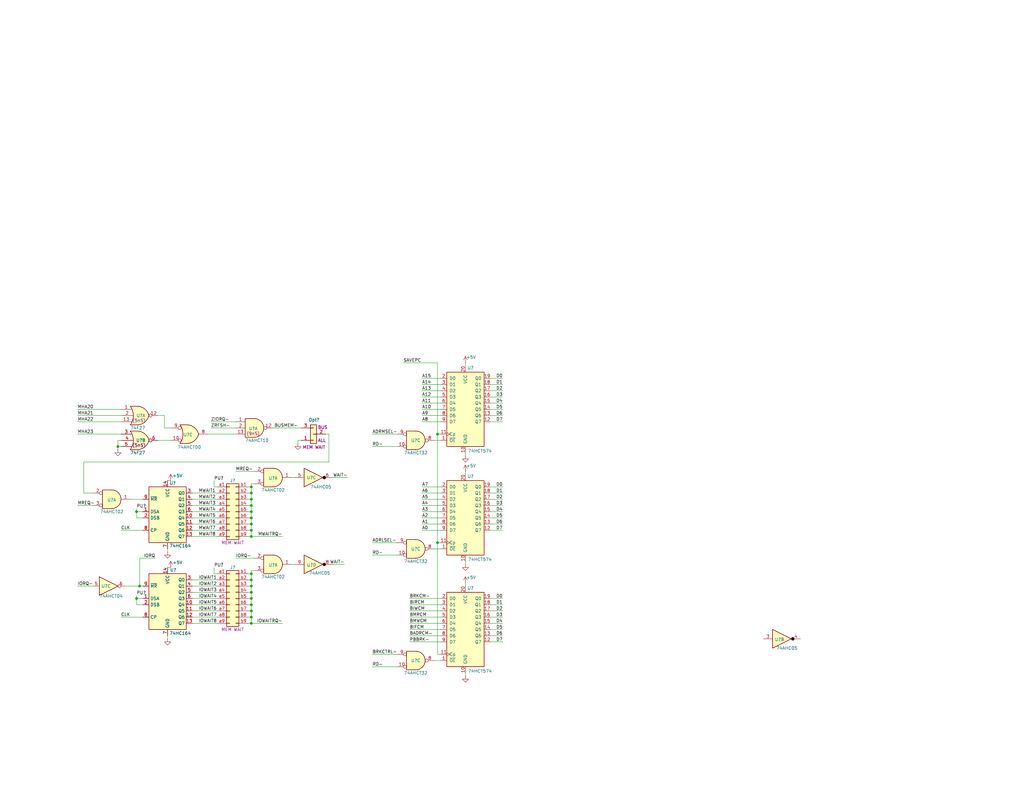
<source format=kicad_sch>
(kicad_sch (version 20250114) (generator "eeschema") (generator_version "9.0")
  (paper "User" 419.1 323.85)
  (title_block (title "Logic Chip Power, Spares") (date "2025-12-19") (rev "PR-1.0") (company "SilkyDESIGN") (comment 1 "Copyright 2025 AESilky"))
  (lib_symbols
    (symbol "74xx:74HC164"
      (property "Reference" "U" (at 1.905 -13.97 0))
      (property "Value" "74HC164" (at 1.905 -16.51 0))
      (symbol "74HC164_1_1"
        (pin input line (at -10.16 5.08 0) (length 2.54) (name "~{MR}") (number "9"))
        (pin input line (at -10.16 0 0) (length 2.54) (name "DSA") (number "1"))
        (pin input line (at -10.16 -2.54 0) (length 2.54) (name "DSB") (number "2"))
        (pin input line (at -10.16 -7.62 0) (length 2.54) (name "CP") (number "8"))
        (pin power_in line (at 0 12.7 270) (length 2.54) (name "VCC") (number "14"))
        (pin power_in line (at 0 -15.24 90) (length 2.54) (name "GND") (number "7"))
        (pin output line (at 10.16 7.62 180) (length 2.54) (name "Q0") (number "3"))
        (pin output line (at 10.16 5.08 180) (length 2.54) (name "Q1") (number "4"))
        (pin output line (at 10.16 2.54 180) (length 2.54) (name "Q2") (number "5"))
        (pin output line (at 10.16 0 180) (length 2.54) (name "Q3") (number "6"))
        (pin output line (at 10.16 -2.54 180) (length 2.54) (name "Q4") (number "10"))
        (pin output line (at 10.16 -5.08 180) (length 2.54) (name "Q5") (number "11"))
        (pin output line (at 10.16 -7.62 180) (length 2.54) (name "Q6") (number "12"))
        (pin output line (at 10.16 -10.16 180) (length 2.54) (name "Q7") (number "13"))
      )
    )
    (symbol "74xx:74LS00" (pin_names (offset 1.016))
      (property "Reference" "U" (at 0 1.27 0))
      (property "Value" "74LS00" (at 0 -1.27 0))
      (symbol "74LS00_1_1"
        (pin input line (at -7.62 2.54 0) (length 3.81) (name "~") (number "1"))
        (pin input line (at -7.62 -2.54 0) (length 3.81) (name "~") (number "2"))
        (pin output inverted (at 7.62 0 180) (length 3.81) (name "~") (number "3"))
      )
      (symbol "74LS00_1_2"
        (pin input inverted (at -7.62 2.54 0) (length 4.318) (name "~") (number "1"))
        (pin input inverted (at -7.62 -2.54 0) (length 4.318) (name "~") (number "2"))
        (pin output line (at 7.62 0 180) (length 3.81) (name "~") (number "3"))
      )
      (symbol "74LS00_2_1"
        (pin input line (at -7.62 2.54 0) (length 3.81) (name "~") (number "4"))
        (pin input line (at -7.62 -2.54 0) (length 3.81) (name "~") (number "5"))
        (pin output inverted (at 7.62 0 180) (length 3.81) (name "~") (number "6"))
      )
      (symbol "74LS00_2_2"
        (pin input inverted (at -7.62 2.54 0) (length 4.318) (name "~") (number "4"))
        (pin input inverted (at -7.62 -2.54 0) (length 4.318) (name "~") (number "5"))
        (pin output line (at 7.62 0 180) (length 3.81) (name "~") (number "6"))
      )
      (symbol "74LS00_3_1"
        (pin input line (at -7.62 2.54 0) (length 3.81) (name "~") (number "9"))
        (pin input line (at -7.62 -2.54 0) (length 3.81) (name "~") (number "10"))
        (pin output inverted (at 7.62 0 180) (length 3.81) (name "~") (number "8"))
      )
      (symbol "74LS00_3_2"
        (pin input inverted (at -7.62 2.54 0) (length 4.318) (name "~") (number "9"))
        (pin input inverted (at -7.62 -2.54 0) (length 4.318) (name "~") (number "10"))
        (pin output line (at 7.62 0 180) (length 3.81) (name "~") (number "8"))
      )
      (symbol "74LS00_4_1"
        (pin input line (at -7.62 2.54 0) (length 3.81) (name "~") (number "12"))
        (pin input line (at -7.62 -2.54 0) (length 3.81) (name "~") (number "13"))
        (pin output inverted (at 7.62 0 180) (length 3.81) (name "~") (number "11"))
      )
      (symbol "74LS00_4_2"
        (pin input inverted (at -7.62 2.54 0) (length 4.318) (name "~") (number "12"))
        (pin input inverted (at -7.62 -2.54 0) (length 4.318) (name "~") (number "13"))
        (pin output line (at 7.62 0 180) (length 3.81) (name "~") (number "11"))
      )
      (symbol "74LS00_5_0"
        (pin power_in line (at 0 12.7 270) (length 5.08) (name "VCC") (number "14"))
        (pin power_in line (at 0 -12.7 90) (length 5.08) (name "GND") (number "7"))
      )
    )
    (symbol "74xx:74LS02" (pin_names (offset 1.016))
      (property "Reference" "U" (at 0 1.27 0))
      (property "Value" "74LS02" (at 0 -1.27 0))
      (symbol "74LS02_1_1"
        (pin input line (at -7.62 2.54 0) (length 4.318) (name "~") (number "2"))
        (pin input line (at -7.62 -2.54 0) (length 4.318) (name "~") (number "3"))
        (pin output inverted (at 7.62 0 180) (length 3.81) (name "~") (number "1"))
      )
      (symbol "74LS02_1_2"
        (pin input inverted (at -7.62 2.54 0) (length 3.81) (name "~") (number "2"))
        (pin input inverted (at -7.62 -2.54 0) (length 3.81) (name "~") (number "3"))
        (pin output line (at 7.62 0 180) (length 3.81) (name "~") (number "1"))
      )
      (symbol "74LS02_2_1"
        (pin input line (at -7.62 2.54 0) (length 4.318) (name "~") (number "5"))
        (pin input line (at -7.62 -2.54 0) (length 4.318) (name "~") (number "6"))
        (pin output inverted (at 7.62 0 180) (length 3.81) (name "~") (number "4"))
      )
      (symbol "74LS02_2_2"
        (pin input inverted (at -7.62 2.54 0) (length 3.81) (name "~") (number "5"))
        (pin input inverted (at -7.62 -2.54 0) (length 3.81) (name "~") (number "6"))
        (pin output line (at 7.62 0 180) (length 3.81) (name "~") (number "4"))
      )
      (symbol "74LS02_3_1"
        (pin input line (at -7.62 2.54 0) (length 4.318) (name "~") (number "8"))
        (pin input line (at -7.62 -2.54 0) (length 4.318) (name "~") (number "9"))
        (pin output inverted (at 7.62 0 180) (length 3.81) (name "~") (number "10"))
      )
      (symbol "74LS02_3_2"
        (pin input inverted (at -7.62 2.54 0) (length 3.81) (name "~") (number "8"))
        (pin input inverted (at -7.62 -2.54 0) (length 3.81) (name "~") (number "9"))
        (pin output line (at 7.62 0 180) (length 3.81) (name "~") (number "10"))
      )
      (symbol "74LS02_4_1"
        (pin input line (at -7.62 2.54 0) (length 4.318) (name "~") (number "11"))
        (pin input line (at -7.62 -2.54 0) (length 4.318) (name "~") (number "12"))
        (pin output inverted (at 7.62 0 180) (length 3.81) (name "~") (number "13"))
      )
      (symbol "74LS02_4_2"
        (pin input inverted (at -7.62 2.54 0) (length 3.81) (name "~") (number "11"))
        (pin input inverted (at -7.62 -2.54 0) (length 3.81) (name "~") (number "12"))
        (pin output line (at 7.62 0 180) (length 3.81) (name "~") (number "13"))
      )
      (symbol "74LS02_5_0"
        (pin power_in line (at 0 12.7 270) (length 5.08) (name "VCC") (number "14"))
        (pin power_in line (at 0 -12.7 90) (length 5.08) (name "GND") (number "7"))
      )
    )
    (symbol "74xx:74LS10" (pin_names (offset 1.016))
      (property "Reference" "U" (at 0 1.27 0))
      (property "Value" "74LS10" (at 0 -1.27 0))
      (symbol "74LS10_1_1"
        (pin input line (at -7.62 2.54 0) (length 3.81) (name "~") (number "1"))
        (pin input line (at -7.62 0 0) (length 3.81) (name "~") (number "2"))
        (pin input line (at -7.62 -2.54 0) (length 3.81) (name "~") (number "13"))
        (pin output inverted (at 7.62 0 180) (length 3.81) (name "~") (number "12"))
      )
      (symbol "74LS10_1_2"
        (pin input inverted (at -7.62 2.54 0) (length 4.318) (name "~") (number "1"))
        (pin input inverted (at -7.62 0 0) (length 4.953) (name "~") (number "2"))
        (pin input inverted (at -7.62 -2.54 0) (length 4.318) (name "~") (number "13"))
        (pin output line (at 7.62 0 180) (length 3.81) (name "~") (number "12"))
      )
      (symbol "74LS10_2_1"
        (pin input line (at -7.62 2.54 0) (length 3.81) (name "~") (number "3"))
        (pin input line (at -7.62 0 0) (length 3.81) (name "~") (number "4"))
        (pin input line (at -7.62 -2.54 0) (length 3.81) (name "~") (number "5"))
        (pin output inverted (at 7.62 0 180) (length 3.81) (name "~") (number "6"))
      )
      (symbol "74LS10_2_2"
        (pin input inverted (at -7.62 2.54 0) (length 4.318) (name "~") (number "3"))
        (pin input inverted (at -7.62 0 0) (length 4.953) (name "~") (number "4"))
        (pin input inverted (at -7.62 -2.54 0) (length 4.318) (name "~") (number "5"))
        (pin output line (at 7.62 0 180) (length 3.81) (name "~") (number "6"))
      )
      (symbol "74LS10_3_1"
        (pin input line (at -7.62 2.54 0) (length 3.81) (name "~") (number "9"))
        (pin input line (at -7.62 0 0) (length 3.81) (name "~") (number "10"))
        (pin input line (at -7.62 -2.54 0) (length 3.81) (name "~") (number "11"))
        (pin output inverted (at 7.62 0 180) (length 3.81) (name "~") (number "8"))
      )
      (symbol "74LS10_3_2"
        (pin input inverted (at -7.62 2.54 0) (length 4.318) (name "~") (number "9"))
        (pin input inverted (at -7.62 0 0) (length 4.953) (name "~") (number "10"))
        (pin input inverted (at -7.62 -2.54 0) (length 4.318) (name "~") (number "11"))
        (pin output line (at 7.62 0 180) (length 3.81) (name "~") (number "8"))
      )
      (symbol "74LS10_4_0"
        (pin power_in line (at 0 12.7 270) (length 5.08) (name "VCC") (number "14"))
        (pin power_in line (at 0 -12.7 90) (length 5.08) (name "GND") (number "7"))
      )
    )
    (symbol "74xx:74LS27" (pin_names (offset 1.016))
      (property "Reference" "U" (at 0 1.27 0))
      (property "Value" "74LS27" (at 0 -1.27 0))
      (symbol "74LS27_1_1"
        (pin input line (at -7.62 2.54 0) (length 4.318) (name "~") (number "1"))
        (pin input line (at -7.62 0 0) (length 4.953) (name "~") (number "2"))
        (pin input line (at -7.62 -2.54 0) (length 4.318) (name "~") (number "13"))
        (pin output inverted (at 7.62 0 180) (length 3.81) (name "~") (number "12"))
      )
      (symbol "74LS27_1_2"
        (pin input inverted (at -7.62 2.54 0) (length 3.81) (name "~") (number "1"))
        (pin input inverted (at -7.62 0 0) (length 3.81) (name "~") (number "2"))
        (pin input inverted (at -7.62 -2.54 0) (length 3.81) (name "~") (number "13"))
        (pin output line (at 7.62 0 180) (length 3.81) (name "~") (number "12"))
      )
      (symbol "74LS27_2_1"
        (pin input line (at -7.62 2.54 0) (length 4.318) (name "~") (number "3"))
        (pin input line (at -7.62 0 0) (length 4.953) (name "~") (number "4"))
        (pin input line (at -7.62 -2.54 0) (length 4.318) (name "~") (number "5"))
        (pin output inverted (at 7.62 0 180) (length 3.81) (name "~") (number "6"))
      )
      (symbol "74LS27_2_2"
        (pin input inverted (at -7.62 2.54 0) (length 3.81) (name "~") (number "3"))
        (pin input inverted (at -7.62 0 0) (length 3.81) (name "~") (number "4"))
        (pin input inverted (at -7.62 -2.54 0) (length 3.81) (name "~") (number "5"))
        (pin output line (at 7.62 0 180) (length 3.81) (name "~") (number "6"))
      )
      (symbol "74LS27_3_1"
        (pin input line (at -7.62 2.54 0) (length 4.318) (name "~") (number "9"))
        (pin input line (at -7.62 0 0) (length 4.953) (name "~") (number "10"))
        (pin input line (at -7.62 -2.54 0) (length 4.318) (name "~") (number "11"))
        (pin output inverted (at 7.62 0 180) (length 3.81) (name "~") (number "8"))
      )
      (symbol "74LS27_3_2"
        (pin input inverted (at -7.62 2.54 0) (length 3.81) (name "~") (number "9"))
        (pin input inverted (at -7.62 0 0) (length 3.81) (name "~") (number "10"))
        (pin input inverted (at -7.62 -2.54 0) (length 3.81) (name "~") (number "11"))
        (pin output line (at 7.62 0 180) (length 3.81) (name "~") (number "8"))
      )
      (symbol "74LS27_4_0"
        (pin power_in line (at 0 12.7 270) (length 5.08) (name "VCC") (number "14"))
        (pin power_in line (at 0 -12.7 90) (length 5.08) (name "GND") (number "7"))
      )
    )
    (symbol "74xx:74LS32" (pin_names (offset 1.016))
      (property "Reference" "U" (at 0 1.27 0))
      (property "Value" "74LS32" (at 0 -1.27 0))
      (symbol "74LS32_1_1"
        (pin input line (at -7.62 2.54 0) (length 4.318) (name "~") (number "1"))
        (pin input line (at -7.62 -2.54 0) (length 4.318) (name "~") (number "2"))
        (pin output line (at 7.62 0 180) (length 3.81) (name "~") (number "3"))
      )
      (symbol "74LS32_1_2"
        (pin input inverted (at -7.62 2.54 0) (length 3.81) (name "~") (number "1"))
        (pin input inverted (at -7.62 -2.54 0) (length 3.81) (name "~") (number "2"))
        (pin output inverted (at 7.62 0 180) (length 3.81) (name "~") (number "3"))
      )
      (symbol "74LS32_2_1"
        (pin input line (at -7.62 2.54 0) (length 4.318) (name "~") (number "4"))
        (pin input line (at -7.62 -2.54 0) (length 4.318) (name "~") (number "5"))
        (pin output line (at 7.62 0 180) (length 3.81) (name "~") (number "6"))
      )
      (symbol "74LS32_2_2"
        (pin input inverted (at -7.62 2.54 0) (length 3.81) (name "~") (number "4"))
        (pin input inverted (at -7.62 -2.54 0) (length 3.81) (name "~") (number "5"))
        (pin output inverted (at 7.62 0 180) (length 3.81) (name "~") (number "6"))
      )
      (symbol "74LS32_3_1"
        (pin input line (at -7.62 2.54 0) (length 4.318) (name "~") (number "9"))
        (pin input line (at -7.62 -2.54 0) (length 4.318) (name "~") (number "10"))
        (pin output line (at 7.62 0 180) (length 3.81) (name "~") (number "8"))
      )
      (symbol "74LS32_3_2"
        (pin input inverted (at -7.62 2.54 0) (length 3.81) (name "~") (number "9"))
        (pin input inverted (at -7.62 -2.54 0) (length 3.81) (name "~") (number "10"))
        (pin output inverted (at 7.62 0 180) (length 3.81) (name "~") (number "8"))
      )
      (symbol "74LS32_4_1"
        (pin input line (at -7.62 2.54 0) (length 4.318) (name "~") (number "12"))
        (pin input line (at -7.62 -2.54 0) (length 4.318) (name "~") (number "13"))
        (pin output line (at 7.62 0 180) (length 3.81) (name "~") (number "11"))
      )
      (symbol "74LS32_4_2"
        (pin input inverted (at -7.62 2.54 0) (length 3.81) (name "~") (number "12"))
        (pin input inverted (at -7.62 -2.54 0) (length 3.81) (name "~") (number "13"))
        (pin output inverted (at 7.62 0 180) (length 3.81) (name "~") (number "11"))
      )
      (symbol "74LS32_5_0"
        (pin power_in line (at 0 12.7 270) (length 5.08) (name "VCC") (number "14"))
        (pin power_in line (at 0 -12.7 90) (length 5.08) (name "GND") (number "7"))
      )
    )
    (symbol "AES_Library:7404-AES"
      (property "Reference" "U" (at -2.286 -0.254 0))
      (property "Value" "7404" (at -1.016 -3.302 0))
      (symbol "7404-AES_1_1"
        (pin input line (at -6.35 0 0) (length 2.54) (name "~") (number "1"))
        (pin output inverted (at 6.35 0 180) (length 2.54) (name "~") (number "2"))
      )
      (symbol "7404-AES_1_2"
        (pin input inverted (at -6.35 0 0) (length 2.54) (name "~") (number "1"))
        (pin output line (at 6.35 0 180) (length 2.54) (name "~") (number "2"))
      )
      (symbol "7404-AES_2_1"
        (pin input line (at -6.35 0 0) (length 2.54) (name "~") (number "3"))
        (pin output inverted (at 6.35 0 180) (length 2.54) (name "~") (number "4"))
      )
      (symbol "7404-AES_2_2"
        (pin input inverted (at -6.35 0 0) (length 2.54) (name "~") (number "3"))
        (pin output line (at 6.35 0 180) (length 2.54) (name "~") (number "4"))
      )
      (symbol "7404-AES_3_1"
        (pin input line (at -6.35 0 0) (length 2.54) (name "~") (number "5"))
        (pin output inverted (at 6.35 0 180) (length 2.54) (name "~") (number "6"))
      )
      (symbol "7404-AES_3_2"
        (pin input inverted (at -6.35 0 0) (length 2.54) (name "~") (number "5"))
        (pin output line (at 6.35 0 180) (length 2.54) (name "~") (number "6"))
      )
      (symbol "7404-AES_4_1"
        (pin input line (at -6.35 0 0) (length 2.54) (name "~") (number "9"))
        (pin output inverted (at 6.35 0 180) (length 2.54) (name "~") (number "8"))
      )
      (symbol "7404-AES_4_2"
        (pin input inverted (at -6.35 0 0) (length 2.54) (name "~") (number "9"))
        (pin output line (at 6.35 0 180) (length 2.54) (name "~") (number "8"))
      )
      (symbol "7404-AES_5_1"
        (pin input line (at -6.35 0 0) (length 2.54) (name "~") (number "11"))
        (pin output inverted (at 6.35 0 180) (length 2.54) (name "~") (number "10"))
      )
      (symbol "7404-AES_5_2"
        (pin input inverted (at -6.35 0 0) (length 2.54) (name "~") (number "11"))
        (pin output line (at 6.35 0 180) (length 2.54) (name "~") (number "10"))
      )
      (symbol "7404-AES_6_1"
        (pin input line (at -6.35 0 0) (length 2.54) (name "~") (number "13"))
        (pin output inverted (at 6.35 0 180) (length 2.54) (name "~") (number "12"))
      )
      (symbol "7404-AES_6_2"
        (pin input inverted (at -6.35 0 0) (length 2.54) (name "~") (number "13"))
        (pin output line (at 6.35 0 180) (length 2.54) (name "~") (number "12"))
      )
      (symbol "7404-AES_7_0"
        (pin power_in line (at 0 12.7 270) (length 5.08) (name "VCC") (number "14"))
        (pin power_in line (at 0 -12.7 90) (length 5.08) (name "GND") (number "7"))
      )
    )
    (symbol "AES_Library:7405-AES" (pin_names (offset 1.016))
      (property "Reference" "U" (at -0.762 0 0))
      (property "Value" "7405" (at 1.27 -3.556 0))
      (symbol "7405-AES_1_0"
        (pin input line (at -7.62 0 0) (length 3.81) (name "~") (number "1"))
        (pin open_collector inverted (at 7.62 0 180) (length 3.81) (name "~") (number "2"))
      )
      (symbol "7405-AES_2_0"
        (pin input line (at -7.62 0 0) (length 3.81) (name "~") (number "3"))
        (pin open_collector inverted (at 7.62 0 180) (length 3.81) (name "~") (number "4"))
      )
      (symbol "7405-AES_3_0"
        (pin input line (at -7.62 0 0) (length 3.81) (name "~") (number "5"))
        (pin open_collector inverted (at 7.62 0 180) (length 3.81) (name "~") (number "6"))
      )
      (symbol "7405-AES_4_0"
        (pin input line (at -7.62 0 0) (length 3.81) (name "~") (number "9"))
        (pin open_collector inverted (at 7.62 0 180) (length 3.81) (name "~") (number "8"))
      )
      (symbol "7405-AES_5_0"
        (pin input line (at -7.62 0 0) (length 3.81) (name "~") (number "11"))
        (pin open_collector inverted (at 7.62 0 180) (length 3.81) (name "~") (number "10"))
      )
      (symbol "7405-AES_6_0"
        (pin input line (at -7.62 0 0) (length 3.81) (name "~") (number "13"))
        (pin open_collector inverted (at 7.62 0 180) (length 3.81) (name "~") (number "12"))
      )
      (symbol "7405-AES_7_0"
        (pin power_in line (at 0 12.7 270) (length 5.08) (name "VCC") (number "14"))
        (pin power_in line (at 0 -12.7 90) (length 5.08) (name "GND") (number "7"))
      )
    )
    (symbol "AES_Library:74574-AES" (pin_names (offset 1.016))
      (property "Reference" "U" (at 0.762 16.51 0))
      (property "Value" "74574-AES" (at 1.016 -16.764 0))
      (symbol "74574-AES_1_0"
        (pin input line (at -10.16 12.7 0) (length 2.54) (name "D0") (number "2"))
        (pin input line (at -10.16 10.16 0) (length 2.54) (name "D1") (number "3"))
        (pin input line (at -10.16 7.62 0) (length 2.54) (name "D2") (number "4"))
        (pin input line (at -10.16 5.08 0) (length 2.54) (name "D3") (number "5"))
        (pin input line (at -10.16 2.54 0) (length 2.54) (name "D4") (number "6"))
        (pin input line (at -10.16 0 0) (length 2.54) (name "D5") (number "7"))
        (pin input line (at -10.16 -2.54 0) (length 2.54) (name "D6") (number "8"))
        (pin input line (at -10.16 -5.08 0) (length 2.54) (name "D7") (number "9"))
        (pin input clock (at -10.16 -10.16 0) (length 2.54) (name "Cp") (number "11"))
        (pin input line (at -10.16 -12.7 0) (length 2.54) (name "~{OE}") (number "1"))
        (pin power_in line (at 0 17.78 270) (length 2.54) (name "VCC") (number "20"))
        (pin power_in line (at 0 -17.78 90) (length 2.54) (name "GND") (number "10"))
        (pin tri_state line (at 10.16 12.7 180) (length 2.54) (name "Q0") (number "19"))
        (pin tri_state line (at 10.16 10.16 180) (length 2.54) (name "Q1") (number "18"))
        (pin tri_state line (at 10.16 7.62 180) (length 2.54) (name "Q2") (number "17"))
        (pin tri_state line (at 10.16 5.08 180) (length 2.54) (name "Q3") (number "16"))
        (pin tri_state line (at 10.16 2.54 180) (length 2.54) (name "Q4") (number "15"))
        (pin tri_state line (at 10.16 0 180) (length 2.54) (name "Q5") (number "14"))
        (pin tri_state line (at 10.16 -2.54 180) (length 2.54) (name "Q6") (number "13"))
        (pin tri_state line (at 10.16 -5.08 180) (length 2.54) (name "Q7") (number "12"))
      )
    )
    (symbol "AES_Library:AES-Opt_1_of_2" (pin_names (offset 1.016) (hide yes))
      (property "Reference" "Opt" (at 0 5.08 0))
      (property "Value" "AES-Opt_1_of_2" (at 0 -5.08 0))
      (symbol "AES-Opt_1_of_2_1_1"
        (pin passive line (at -5.08 2.54 0) (length 3.81) (name "Pin_A") (number "1"))
        (pin passive line (at -5.08 -2.54 0) (length 3.81) (name "Pin_B") (number "3"))
        (pin passive line (at 5.08 0 180) (length 3.81) (name "Pin_Common") (number "2"))
      )
    )
    (symbol "Connector_Generic:Conn_02x09_Row_Letter_First" (pin_names (offset 1.016) (hide yes))
      (property "Reference" "J" (at 1.27 12.7 0))
      (property "Value" "Conn_02x09_Row_Letter_First" (at 1.27 -12.7 0))
      (symbol "Conn_02x09_Row_Letter_First_1_1"
        (pin passive line (at -5.08 10.16 0) (length 3.81) (name "Pin_a1") (number "a1"))
        (pin passive line (at -5.08 7.62 0) (length 3.81) (name "Pin_a2") (number "a2"))
        (pin passive line (at -5.08 5.08 0) (length 3.81) (name "Pin_a3") (number "a3"))
        (pin passive line (at -5.08 2.54 0) (length 3.81) (name "Pin_a4") (number "a4"))
        (pin passive line (at -5.08 0 0) (length 3.81) (name "Pin_a5") (number "a5"))
        (pin passive line (at -5.08 -2.54 0) (length 3.81) (name "Pin_a6") (number "a6"))
        (pin passive line (at -5.08 -5.08 0) (length 3.81) (name "Pin_a7") (number "a7"))
        (pin passive line (at -5.08 -7.62 0) (length 3.81) (name "Pin_a8") (number "a8"))
        (pin passive line (at -5.08 -10.16 0) (length 3.81) (name "Pin_a9") (number "a9"))
        (pin passive line (at 7.62 10.16 180) (length 3.81) (name "Pin_b1") (number "b1"))
        (pin passive line (at 7.62 7.62 180) (length 3.81) (name "Pin_b2") (number "b2"))
        (pin passive line (at 7.62 5.08 180) (length 3.81) (name "Pin_b3") (number "b3"))
        (pin passive line (at 7.62 2.54 180) (length 3.81) (name "Pin_b4") (number "b4"))
        (pin passive line (at 7.62 0 180) (length 3.81) (name "Pin_b5") (number "b5"))
        (pin passive line (at 7.62 -2.54 180) (length 3.81) (name "Pin_b6") (number "b6"))
        (pin passive line (at 7.62 -5.08 180) (length 3.81) (name "Pin_b7") (number "b7"))
        (pin passive line (at 7.62 -7.62 180) (length 3.81) (name "Pin_b8") (number "b8"))
        (pin passive line (at 7.62 -10.16 180) (length 3.81) (name "Pin_b9") (number "b9"))
      )
    )
    (symbol "power:+5V" (power) (pin_numbers (hide yes)) (pin_names (offset 0) (hide yes))
      (property "Value" "+5V" (at 0 3.556 0))
      (symbol "+5V_1_1"
        (pin power_in line (at 0 0 90) (length 0) (name "~") (number "1"))
      )
    )
    (symbol "power:GND" (power) (pin_numbers (hide yes)) (pin_names (offset 0) (hide yes))
      (property "Value" "GND" (at 0 -3.81 0))
      (symbol "GND_1_1"
        (pin power_in line (at 0 0 270) (length 0) (name "~") (number "1"))
      )
    )
  )
  (junction (at 102.87 217.17))
  (junction (at 179.07 177.8))
  (junction (at 102.87 201.93))
  (junction (at 102.87 219.71))
  (junction (at 102.87 245.11))
  (junction (at 102.87 242.57))
  (junction (at 102.87 240.03))
  (junction (at 102.87 247.65))
  (junction (at 102.87 207.01))
  (junction (at 55.88 245.11))
  (junction (at 102.87 234.95))
  (junction (at 102.87 255.27))
  (junction (at 57.15 240.03))
  (junction (at 102.87 199.39))
  (junction (at 179.07 222.25))
  (junction (at 102.87 214.63))
  (junction (at 48.26 182.88))
  (junction (at 102.87 212.09))
  (junction (at 102.87 204.47))
  (junction (at 102.87 252.73))
  (junction (at 102.87 237.49))
  (junction (at 102.87 209.55))
  (junction (at 55.88 209.55))
  (junction (at 102.87 250.19))
  (wire (pts (xy 86.36 175.26) (xy 96.52 175.26)))
  (wire (pts (xy 85.09 177.8) (xy 96.52 177.8)))
  (wire (pts (xy 78.74 212.09) (xy 88.9 212.09)))
  (wire (pts (xy 111.76 175.26) (xy 123.19 175.26)))
  (wire (pts (xy 78.74 240.03) (xy 88.9 240.03)))
  (wire (pts (xy 96.52 193.04) (xy 104.14 193.04)))
  (wire (pts (xy 78.74 252.73) (xy 88.9 252.73)))
  (wire (pts (xy 78.74 245.11) (xy 88.9 245.11)))
  (wire (pts (xy 102.87 255.27) (xy 115.57 255.27)))
  (wire (pts (xy 102.87 198.12) (xy 102.87 199.39)))
  (wire (pts (xy 64.77 170.18) (xy 67.31 170.18)))
  (wire (pts (xy 152.4 273.05) (xy 162.56 273.05)))
  (wire (pts (xy 179.07 177.8) (xy 179.07 148.59)))
  (wire (pts (xy 57.15 228.6) (xy 63.5 228.6)))
  (wire (pts (xy 31.75 167.64) (xy 49.53 167.64)))
  (wire (pts (xy 180.34 157.48) (xy 172.72 157.48)))
  (wire (pts (xy 101.6 214.63) (xy 102.87 214.63)))
  (wire (pts (xy 101.6 250.19) (xy 102.87 250.19)))
  (wire (pts (xy 177.8 180.34) (xy 180.34 180.34)))
  (wire (pts (xy 177.8 224.79) (xy 180.34 224.79)))
  (wire (pts (xy 190.5 229.87) (xy 190.5 231.14)))
  (wire (pts (xy 119.38 231.14) (xy 120.65 231.14)))
  (wire (pts (xy 69.85 232.41) (xy 68.58 232.41)))
  (wire (pts (xy 179.07 222.25) (xy 179.07 267.97)))
  (wire (pts (xy 58.42 247.65) (xy 55.88 247.65)))
  (wire (pts (xy 101.6 201.93) (xy 102.87 201.93)))
  (wire (pts (xy 78.74 250.19) (xy 88.9 250.19)))
  (wire (pts (xy 69.85 175.26) (xy 67.31 175.26)))
  (wire (pts (xy 69.85 196.85) (xy 68.58 196.85)))
  (wire (pts (xy 180.34 172.72) (xy 172.72 172.72)))
  (wire (pts (xy 101.6 212.09) (xy 102.87 212.09)))
  (wire (pts (xy 102.87 237.49) (xy 102.87 240.03)))
  (wire (pts (xy 31.75 170.18) (xy 49.53 170.18)))
  (wire (pts (xy 102.87 250.19) (xy 102.87 252.73)))
  (wire (pts (xy 102.87 214.63) (xy 102.87 217.17)))
  (wire (pts (xy 50.8 240.03) (xy 57.15 240.03)))
  (wire (pts (xy 101.6 234.95) (xy 102.87 234.95)))
  (wire (pts (xy 68.58 260.35) (xy 68.58 261.62)))
  (wire (pts (xy 179.07 177.8) (xy 180.34 177.8)))
  (wire (pts (xy 200.66 247.65) (xy 205.74 247.65)))
  (wire (pts (xy 152.4 182.88) (xy 162.56 182.88)))
  (wire (pts (xy 101.6 255.27) (xy 102.87 255.27)))
  (wire (pts (xy 200.66 217.17) (xy 205.74 217.17)))
  (wire (pts (xy 78.74 207.01) (xy 88.9 207.01)))
  (wire (pts (xy 133.35 177.8) (xy 134.62 177.8)))
  (wire (pts (xy 78.74 247.65) (xy 88.9 247.65)))
  (wire (pts (xy 88.9 234.95) (xy 87.63 234.95)))
  (wire (pts (xy 101.6 219.71) (xy 102.87 219.71)))
  (wire (pts (xy 101.6 217.17) (xy 102.87 217.17)))
  (wire (pts (xy 167.64 245.11) (xy 180.34 245.11)))
  (wire (pts (xy 135.89 231.14) (xy 140.97 231.14)))
  (wire (pts (xy 102.87 207.01) (xy 102.87 209.55)))
  (wire (pts (xy 104.14 233.68) (xy 102.87 233.68)))
  (wire (pts (xy 200.66 160.02) (xy 205.74 160.02)))
  (wire (pts (xy 190.5 148.59) (xy 190.5 149.86)))
  (wire (pts (xy 200.66 209.55) (xy 205.74 209.55)))
  (wire (pts (xy 55.88 208.28) (xy 55.88 209.55)))
  (wire (pts (xy 180.34 201.93) (xy 172.72 201.93)))
  (wire (pts (xy 190.5 275.59) (xy 190.5 276.86)))
  (wire (pts (xy 200.66 172.72) (xy 205.74 172.72)))
  (wire (pts (xy 88.9 199.39) (xy 87.63 199.39)))
  (wire (pts (xy 49.53 252.73) (xy 58.42 252.73)))
  (wire (pts (xy 167.64 252.73) (xy 180.34 252.73)))
  (wire (pts (xy 200.66 252.73) (xy 205.74 252.73)))
  (wire (pts (xy 101.6 247.65) (xy 102.87 247.65)))
  (wire (pts (xy 134.62 177.8) (xy 134.62 189.23)))
  (wire (pts (xy 200.66 260.35) (xy 205.74 260.35)))
  (wire (pts (xy 78.74 242.57) (xy 88.9 242.57)))
  (wire (pts (xy 31.75 172.72) (xy 49.53 172.72)))
  (wire (pts (xy 180.34 217.17) (xy 172.72 217.17)))
  (wire (pts (xy 167.64 247.65) (xy 180.34 247.65)))
  (wire (pts (xy 200.66 199.39) (xy 205.74 199.39)))
  (wire (pts (xy 121.92 180.34) (xy 121.92 181.61)))
  (wire (pts (xy 102.87 219.71) (xy 115.57 219.71)))
  (wire (pts (xy 180.34 160.02) (xy 172.72 160.02)))
  (wire (pts (xy 49.53 217.17) (xy 58.42 217.17)))
  (wire (pts (xy 102.87 212.09) (xy 102.87 214.63)))
  (wire (pts (xy 78.74 201.93) (xy 88.9 201.93)))
  (wire (pts (xy 200.66 154.94) (xy 205.74 154.94)))
  (wire (pts (xy 34.29 189.23) (xy 134.62 189.23)))
  (wire (pts (xy 102.87 245.11) (xy 102.87 247.65)))
  (wire (pts (xy 78.74 209.55) (xy 88.9 209.55)))
  (wire (pts (xy 152.4 177.8) (xy 162.56 177.8)))
  (wire (pts (xy 102.87 201.93) (xy 102.87 204.47)))
  (wire (pts (xy 78.74 219.71) (xy 88.9 219.71)))
  (wire (pts (xy 86.36 172.72) (xy 96.52 172.72)))
  (wire (pts (xy 200.66 214.63) (xy 205.74 214.63)))
  (wire (pts (xy 55.88 209.55) (xy 55.88 212.09)))
  (wire (pts (xy 180.34 154.94) (xy 172.72 154.94)))
  (wire (pts (xy 167.64 250.19) (xy 180.34 250.19)))
  (wire (pts (xy 57.15 240.03) (xy 57.15 228.6)))
  (wire (pts (xy 34.29 201.93) (xy 34.29 189.23)))
  (wire (pts (xy 180.34 204.47) (xy 172.72 204.47)))
  (wire (pts (xy 96.52 228.6) (xy 104.14 228.6)))
  (wire (pts (xy 55.88 209.55) (xy 58.42 209.55)))
  (wire (pts (xy 64.77 180.34) (xy 69.85 180.34)))
  (wire (pts (xy 55.88 245.11) (xy 55.88 247.65)))
  (wire (pts (xy 200.66 170.18) (xy 205.74 170.18)))
  (wire (pts (xy 152.4 222.25) (xy 162.56 222.25)))
  (wire (pts (xy 55.88 243.84) (xy 55.88 245.11)))
  (wire (pts (xy 101.6 252.73) (xy 102.87 252.73)))
  (wire (pts (xy 177.8 270.51) (xy 180.34 270.51)))
  (wire (pts (xy 101.6 237.49) (xy 102.87 237.49)))
  (wire (pts (xy 49.53 180.34) (xy 48.26 180.34)))
  (wire (pts (xy 179.07 148.59) (xy 165.1 148.59)))
  (wire (pts (xy 53.34 204.47) (xy 58.42 204.47)))
  (wire (pts (xy 200.66 212.09) (xy 205.74 212.09)))
  (wire (pts (xy 200.66 204.47) (xy 205.74 204.47)))
  (wire (pts (xy 102.87 217.17) (xy 102.87 219.71)))
  (wire (pts (xy 101.6 204.47) (xy 102.87 204.47)))
  (wire (pts (xy 200.66 257.81) (xy 205.74 257.81)))
  (wire (pts (xy 152.4 227.33) (xy 162.56 227.33)))
  (wire (pts (xy 190.5 193.04) (xy 190.5 194.31)))
  (wire (pts (xy 78.74 217.17) (xy 88.9 217.17)))
  (wire (pts (xy 167.64 255.27) (xy 180.34 255.27)))
  (wire (pts (xy 78.74 204.47) (xy 88.9 204.47)))
  (wire (pts (xy 101.6 207.01) (xy 102.87 207.01)))
  (wire (pts (xy 152.4 267.97) (xy 162.56 267.97)))
  (wire (pts (xy 102.87 242.57) (xy 102.87 245.11)))
  (wire (pts (xy 200.66 201.93) (xy 205.74 201.93)))
  (wire (pts (xy 48.26 182.88) (xy 49.53 182.88)))
  (wire (pts (xy 48.26 180.34) (xy 48.26 182.88)))
  (wire (pts (xy 180.34 212.09) (xy 172.72 212.09)))
  (wire (pts (xy 180.34 170.18) (xy 172.72 170.18)))
  (wire (pts (xy 102.87 234.95) (xy 102.87 237.49)))
  (wire (pts (xy 78.74 214.63) (xy 88.9 214.63)))
  (wire (pts (xy 179.07 222.25) (xy 180.34 222.25)))
  (wire (pts (xy 57.15 240.03) (xy 58.42 240.03)))
  (wire (pts (xy 200.66 245.11) (xy 205.74 245.11)))
  (wire (pts (xy 123.19 180.34) (xy 121.92 180.34)))
  (wire (pts (xy 200.66 167.64) (xy 205.74 167.64)))
  (wire (pts (xy 102.87 204.47) (xy 102.87 207.01)))
  (wire (pts (xy 55.88 245.11) (xy 58.42 245.11)))
  (wire (pts (xy 180.34 209.55) (xy 172.72 209.55)))
  (wire (pts (xy 102.87 209.55) (xy 102.87 212.09)))
  (wire (pts (xy 180.34 165.1) (xy 172.72 165.1)))
  (wire (pts (xy 78.74 237.49) (xy 88.9 237.49)))
  (wire (pts (xy 102.87 199.39) (xy 102.87 201.93)))
  (wire (pts (xy 78.74 255.27) (xy 88.9 255.27)))
  (wire (pts (xy 179.07 267.97) (xy 180.34 267.97)))
  (wire (pts (xy 102.87 252.73) (xy 102.87 255.27)))
  (wire (pts (xy 104.14 198.12) (xy 102.87 198.12)))
  (wire (pts (xy 167.64 257.81) (xy 180.34 257.81)))
  (wire (pts (xy 167.64 260.35) (xy 180.34 260.35)))
  (wire (pts (xy 102.87 247.65) (xy 102.87 250.19)))
  (wire (pts (xy 179.07 222.25) (xy 179.07 177.8)))
  (wire (pts (xy 68.58 224.79) (xy 68.58 226.06)))
  (wire (pts (xy 190.5 185.42) (xy 190.5 186.69)))
  (wire (pts (xy 31.75 177.8) (xy 49.53 177.8)))
  (wire (pts (xy 180.34 207.01) (xy 172.72 207.01)))
  (wire (pts (xy 101.6 199.39) (xy 102.87 199.39)))
  (wire (pts (xy 101.6 209.55) (xy 102.87 209.55)))
  (wire (pts (xy 67.31 175.26) (xy 67.31 170.18)))
  (wire (pts (xy 200.66 157.48) (xy 205.74 157.48)))
  (wire (pts (xy 167.64 262.89) (xy 180.34 262.89)))
  (wire (pts (xy 87.63 232.41) (xy 87.63 234.95)))
  (wire (pts (xy 200.66 262.89) (xy 205.74 262.89)))
  (wire (pts (xy 102.87 233.68) (xy 102.87 234.95)))
  (wire (pts (xy 58.42 212.09) (xy 55.88 212.09)))
  (wire (pts (xy 34.29 201.93) (xy 38.1 201.93)))
  (wire (pts (xy 31.75 240.03) (xy 38.1 240.03)))
  (wire (pts (xy 180.34 199.39) (xy 172.72 199.39)))
  (wire (pts (xy 180.34 214.63) (xy 172.72 214.63)))
  (wire (pts (xy 200.66 250.19) (xy 205.74 250.19)))
  (wire (pts (xy 87.63 196.85) (xy 87.63 199.39)))
  (wire (pts (xy 200.66 255.27) (xy 205.74 255.27)))
  (wire (pts (xy 31.75 207.01) (xy 38.1 207.01)))
  (wire (pts (xy 101.6 240.03) (xy 102.87 240.03)))
  (wire (pts (xy 180.34 167.64) (xy 172.72 167.64)))
  (wire (pts (xy 101.6 245.11) (xy 102.87 245.11)))
  (wire (pts (xy 200.66 165.1) (xy 205.74 165.1)))
  (wire (pts (xy 200.66 207.01) (xy 205.74 207.01)))
  (wire (pts (xy 101.6 242.57) (xy 102.87 242.57)))
  (wire (pts (xy 180.34 162.56) (xy 172.72 162.56)))
  (wire (pts (xy 102.87 240.03) (xy 102.87 242.57)))
  (wire (pts (xy 119.38 195.58) (xy 120.65 195.58)))
  (wire (pts (xy 135.89 195.58) (xy 142.24 195.58)))
  (wire (pts (xy 48.26 182.88) (xy 48.26 184.15)))
  (wire (pts (xy 200.66 162.56) (xy 205.74 162.56)))
  (wire (pts (xy 190.5 238.76) (xy 190.5 240.03)))
  (label "D7" (at 205.74 217.17 180) (effects (font (thickness 0.1588))))
  (label "A15" (at 172.72 154.94 0) (effects (font (thickness 0.1588))))
  (label "PU?" (at 87.63 232.41 0) (effects (font (thickness 0.1588))))
  (label "A6" (at 172.72 201.93 0) (effects (font (thickness 0.1588))))
  (label "CLK" (at 49.53 217.17 0) (effects (font (thickness 0.1588))))
  (label "BRKCM-" (at 167.64 245.11 0) (effects (font (thickness 0.1588))))
  (label "SAVEPC" (at 165.1 148.59 0) (effects (font (thickness 0.1588))))
  (label "IOWAIT8" (at 81.28 255.27 0) (effects (font (thickness 0.1588))))
  (label "A7" (at 172.72 199.39 0) (effects (font (thickness 0.1588))))
  (label "IOWAIT6" (at 81.28 250.19 0) (effects (font (thickness 0.1588))))
  (label "IOWAIT7" (at 81.28 252.73 0) (effects (font (thickness 0.1588))))
  (label "ZRFSH-" (at 86.36 175.26 0))
  (label "A0" (at 172.72 217.17 0) (effects (font (thickness 0.1588))))
  (label "BRKCTRL-" (at 152.4 267.97 0) (effects (font (thickness 0.1588))) (property "Addr" "0x63" (effects (hide yes))))
  (label "A1" (at 172.72 214.63 0) (effects (font (thickness 0.1588))))
  (label "MWAIT7" (at 81.28 217.17 0) (effects (font (thickness 0.1588))))
  (label "A4" (at 172.72 207.01 0) (effects (font (thickness 0.1588))))
  (label "D4" (at 205.74 165.1 180) (effects (font (thickness 0.1588))))
  (label "A13" (at 172.72 160.02 0) (effects (font (thickness 0.1588))))
  (label "IORQ-" (at 31.75 240.03 0) (effects (font (thickness 0.1588))))
  (label "BIWCM" (at 167.64 250.19 0) (effects (font (thickness 0.1588))))
  (label "D5" (at 205.74 167.64 180) (effects (font (thickness 0.1588))))
  (label "WAIT-" (at 140.97 231.14 180) (effects (font (thickness 0.1588))))
  (label "D7" (at 205.74 262.89 180) (effects (font (thickness 0.1588))))
  (label "IOWAIT5" (at 81.28 247.65 0) (effects (font (thickness 0.1588))))
  (label "D5" (at 205.74 257.81 180) (effects (font (thickness 0.1588))))
  (label "PU?" (at 55.88 208.28 0) (effects (font (thickness 0.1588))))
  (label "D0" (at 205.74 245.11 180) (effects (font (thickness 0.1588))))
  (label "IOWAIT4" (at 81.28 245.11 0) (effects (font (thickness 0.1588))))
  (label "A5" (at 172.72 204.47 0) (effects (font (thickness 0.1588))))
  (label "MWAIT2" (at 81.28 204.47 0) (effects (font (thickness 0.1588))))
  (label "MREQ-" (at 31.75 207.01 0) (effects (font (thickness 0.1588))))
  (label "D0" (at 205.74 199.39 180) (effects (font (thickness 0.1588))))
  (label "A2" (at 172.72 212.09 0) (effects (font (thickness 0.1588))))
  (label "CLK" (at 49.53 252.73 0) (effects (font (thickness 0.1588))))
  (label "IOWAIT2" (at 81.28 240.03 0) (effects (font (thickness 0.1588))))
  (label "MHA22" (at 31.75 172.72 0))
  (label "IOWAITRQ-" (at 115.57 255.27 180) (effects (font (thickness 0.1588))))
  (label "A12" (at 172.72 162.56 0) (effects (font (thickness 0.1588))))
  (label "D1" (at 205.74 247.65 180) (effects (font (thickness 0.1588))))
  (label "RD-" (at 152.4 273.05 0))
  (label "IORQ" (at 63.5 228.6 180) (effects (font (thickness 0.1588))))
  (label "IOWAIT3" (at 81.28 242.57 0) (effects (font (thickness 0.1588))))
  (label "BMWCM" (at 167.64 255.27 0) (effects (font (thickness 0.1588))))
  (label "ADRMSEL-" (at 152.4 177.8 0) (effects (font (thickness 0.1588))))
  (label "D4" (at 205.74 209.55 180) (effects (font (thickness 0.1588))))
  (label "RD-" (at 152.4 227.33 0))
  (label "BMRCM" (at 167.64 252.73 0) (effects (font (thickness 0.1588))))
  (label "D3" (at 205.74 252.73 180) (effects (font (thickness 0.1588))))
  (label "MWAIT4" (at 81.28 209.55 0) (effects (font (thickness 0.1588))))
  (label "D0" (at 205.74 154.94 180) (effects (font (thickness 0.1588))))
  (label "D2" (at 205.74 160.02 180) (effects (font (thickness 0.1588))))
  (label "A9" (at 172.72 170.18 0) (effects (font (thickness 0.1588))))
  (label "MWAIT5" (at 81.28 212.09 0) (effects (font (thickness 0.1588))))
  (label "BIRCM" (at 167.64 247.65 0) (effects (font (thickness 0.1588))))
  (label "RD-" (at 152.4 182.88 0))
  (label "D4" (at 205.74 255.27 180) (effects (font (thickness 0.1588))))
  (label "ADRLSEL-" (at 152.4 222.25 0) (effects (font (thickness 0.1588))))
  (label "MWAIT6" (at 81.28 214.63 0) (effects (font (thickness 0.1588))))
  (label "MHA21" (at 31.75 170.18 0))
  (label "IORQ-" (at 96.52 228.6 0) (effects (font (thickness 0.1588))))
  (label "D1" (at 205.74 157.48 180) (effects (font (thickness 0.1588))))
  (label "MHA20" (at 31.75 167.64 0))
  (label "A10" (at 172.72 167.64 0) (effects (font (thickness 0.1588))))
  (label "A3" (at 172.72 209.55 0) (effects (font (thickness 0.1588))))
  (label "D3" (at 205.74 207.01 180) (effects (font (thickness 0.1588))))
  (label "D2" (at 205.74 250.19 180) (effects (font (thickness 0.1588))))
  (label "PU?" (at 87.63 196.85 0) (effects (font (thickness 0.1588))))
  (label "BADRCM-" (at 167.64 260.35 0) (effects (font (thickness 0.1588))))
  (label "ZIORQ-" (at 86.36 172.72 0))
  (label "D6" (at 205.74 170.18 180) (effects (font (thickness 0.1588))))
  (label "MWAITRQ-" (at 115.57 219.71 180) (effects (font (thickness 0.1588))))
  (label "IOWAIT1" (at 81.28 237.49 0) (effects (font (thickness 0.1588))))
  (label "WAIT-" (at 142.24 195.58 180) (effects (font (thickness 0.1588))))
  (label "A8" (at 172.72 172.72 0) (effects (font (thickness 0.1588))))
  (label "MWAIT3" (at 81.28 207.01 0) (effects (font (thickness 0.1588))))
  (label "D6" (at 205.74 214.63 180) (effects (font (thickness 0.1588))))
  (label "MREQ-" (at 96.52 193.04 0) (effects (font (thickness 0.1588))))
  (label "D7" (at 205.74 172.72 180) (effects (font (thickness 0.1588))))
  (label "BIFCM" (at 167.64 257.81 0) (effects (font (thickness 0.1588))))
  (label "PBBRK-" (at 167.64 262.89 0) (effects (font (thickness 0.1588))))
  (label "D2" (at 205.74 204.47 180) (effects (font (thickness 0.1588))))
  (label "A11" (at 172.72 165.1 0) (effects (font (thickness 0.1588))))
  (label "MHA23" (at 31.75 177.8 0))
  (label "A14" (at 172.72 157.48 0) (effects (font (thickness 0.1588))))
  (label "BUSMEM-" (at 121.92 175.26 180))
  (label "MWAIT1" (at 81.28 201.93 0) (effects (font (thickness 0.1588))))
  (label "PU?" (at 55.88 243.84 0) (effects (font (thickness 0.1588))))
  (label "D5" (at 205.74 212.09 180) (effects (font (thickness 0.1588))))
  (label "D6" (at 205.74 260.35 180) (effects (font (thickness 0.1588))))
  (label "MWAIT8" (at 81.28 219.71 0) (effects (font (thickness 0.1588))))
  (label "D1" (at 205.74 201.93 180) (effects (font (thickness 0.1588))))
  (label "D3" (at 205.74 162.56 180) (effects (font (thickness 0.1588))))
  (symbol (lib_id "power:+5V") (at 69.85 196.85 0) (unit 1)
    (property "Reference" "#PWR053" (effects (hide yes)))
    (property "Value" "+5V" (at 72.644 194.818 0))
    (property "Description" "Power symbol creates a global label with name \"+5V\"" (effects (hide yes)))
  )
  (symbol (lib_id "AES_Library:74574-AES") (at 190.5 257.81 0) (unit 1)
    (property "Reference" "U?" (at 191.262 240.792 0) (effects (justify left)))
    (property "Value" "74HCT574" (at 191.516 274.828 0) (effects (justify left)))
    (property "Datasheet" "http://www.ti.com/lit/gpn/sn74LS574" (effects (hide yes)))
    (property "Description" "8-bit Register, 3-state outputs" (effects (hide yes)))
  )
  (symbol (lib_id "AES_Library:74574-AES") (at 190.5 212.09 0) (unit 1)
    (property "Reference" "U?" (at 191.262 195.072 0) (effects (justify left)))
    (property "Value" "74HCT574" (at 191.516 229.108 0) (effects (justify left)))
    (property "Datasheet" "http://www.ti.com/lit/gpn/sn74LS574" (effects (hide yes)))
    (property "Description" "8-bit Register, 3-state outputs" (effects (hide yes)))
  )
  (symbol (lib_id "power:+5V") (at 69.85 232.41 0) (unit 1)
    (property "Reference" "#PWR054" (effects (hide yes)))
    (property "Value" "+5V" (at 72.644 230.378 0))
    (property "Description" "Power symbol creates a global label with name \"+5V\"" (effects (hide yes)))
  )
  (symbol (lib_id "power:GND") (at 190.5 186.69 0) (unit 1)
    (property "Reference" "#PWR050" (effects (hide yes)))
    (property "Value" "GND" (effects (hide yes)))
    (property "Description" "Power symbol creates a global label with name \"GND\" , ground" (effects (hide yes)))
  )
  (symbol (lib_id "power:GND") (at 190.5 231.14 0) (unit 1)
    (property "Reference" "#PWR052" (effects (hide yes)))
    (property "Value" "GND" (effects (hide yes)))
    (property "Description" "Power symbol creates a global label with name \"GND\" , ground" (effects (hide yes)))
  )
  (symbol (lib_id "power:+5V") (at 190.5 193.04 0) (unit 1)
    (property "Reference" "#PWR051" (effects (hide yes)))
    (property "Value" "+5V" (at 192.786 190.754 0))
    (property "Description" "Power symbol creates a global label with name \"+5V\"" (effects (hide yes)))
  )
  (symbol (lib_id "74xx:74LS10") (at 104.14 175.26 0) (unit 1)
    (property "Reference" "U?" (at 103.632 175.514 0))
    (property "Value" "74AHCT10" (at 105.156 180.34 0))
    (property "Footprint" "Package_SO:SOIC-14_3.9x8.7mm_P1.27mm" (effects (hide yes)))
    (property "Datasheet" "http://www.ti.com/lit/gpn/sn74LS10" (effects (hide yes)))
    (property "Description" "Triple 3-input NAND" (effects (hide yes)))
    (property "PropDly" "(9nS)" (at 103.632 177.546 0))
  )
  (symbol (lib_id "power:GND") (at 121.92 181.61 0) (unit 1)
    (property "Reference" "#PWR069" (effects (hide yes)))
    (property "Value" "GND" (effects (hide yes)))
    (property "Description" "Power symbol creates a global label with name \"GND\" , ground" (effects (hide yes)))
  )
  (symbol (lib_id "74xx:74HC164") (at 68.58 245.11 0) (unit 1)
    (property "Reference" "U?" (at 69.596 233.426 0) (effects (justify left)))
    (property "Value" "74HC164" (at 69.342 259.334 0) (effects (justify left)))
    (property "Datasheet" "https://assets.nexperia.com/documents/data-sheet/74HC_HCT164.pdf" (effects (hide yes)))
    (property "Description" "8-bit serial-in parallel-out shift register" (effects (hide yes)))
  )
  (symbol (lib_id "74xx:74LS00") (at 77.47 177.8 0) (unit 3) (convert 2)
    (property "Reference" "U?" (at 76.962 178.054 0))
    (property "Value" "74AHCT00" (at 77.47 183.134 0))
    (property "Datasheet" "http://www.ti.com/lit/gpn/sn74ls00" (effects (hide yes)))
    (property "Description" "quad 2-input NAND gate" (effects (hide yes)))
  )
  (symbol (lib_id "Connector_Generic:Conn_02x09_Row_Letter_First") (at 93.98 209.55 0) (unit 1)
    (property "Reference" "J?" (at 95.25 196.85 0))
    (property "Value" "HDR 2x9 Pins" (effects (hide yes)))
    (property "Description" "Generic connector, double row, 02x09, row letter first pin numbering scheme (pin number consists of a letter for the row and a number for the pin index in this row. a1, ..., aN; b1, ..., bN), script generated (kicad-library-utils/schlib/autogen/connector/)" (effects (hide yes)))
    (property "Function" "MEM WAIT" (at 95.25 222.25 0))
  )
  (symbol (lib_id "Connector_Generic:Conn_02x09_Row_Letter_First") (at 93.98 245.11 0) (unit 1)
    (property "Reference" "J?" (at 95.25 232.41 0))
    (property "Value" "HDR 2x9 Pins" (effects (hide yes)))
    (property "Description" "Generic connector, double row, 02x09, row letter first pin numbering scheme (pin number consists of a letter for the row and a number for the pin index in this row. a1, ..., aN; b1, ..., bN), script generated (kicad-library-utils/schlib/autogen/connector/)" (effects (hide yes)))
    (property "Function" "MEM WAIT" (at 95.25 257.81 0))
  )
  (symbol (lib_id "AES_Library:74574-AES") (at 190.5 167.64 0) (unit 1)
    (property "Reference" "U?" (at 191.262 150.622 0) (effects (justify left)))
    (property "Value" "74HCT574" (at 191.516 184.658 0) (effects (justify left)))
    (property "Datasheet" "http://www.ti.com/lit/gpn/sn74LS574" (effects (hide yes)))
    (property "Description" "8-bit Register, 3-state outputs" (effects (hide yes)))
  )
  (symbol (lib_id "74xx:74LS27") (at 57.15 170.18 0) (unit 1)
    (property "Reference" "U?" (at 57.658 170.18 0))
    (property "Value" "74F27" (at 56.388 175.26 0))
    (property "Footprint" "Package_SO:SOIC-14_3.9x8.7mm_P1.27mm" (effects (hide yes)))
    (property "Datasheet" "http://www.ti.com/lit/gpn/sn74LS27" (effects (hide yes)))
    (property "Description" "Triple 3-input NOR" (effects (hide yes)))
    (property "PropDly" "(5nS)" (at 56.896 172.212 0))
  )
  (symbol (lib_id "74xx:74LS27") (at 57.15 180.34 0) (unit 2)
    (property "Reference" "U?" (at 57.658 180.34 0))
    (property "Value" "74F27" (at 56.388 185.42 0))
    (property "Footprint" "Package_SO:SOIC-14_3.9x8.7mm_P1.27mm" (effects (hide yes)))
    (property "Datasheet" "http://www.ti.com/lit/gpn/sn74LS27" (effects (hide yes)))
    (property "Description" "Triple 3-input NOR" (effects (hide yes)))
    (property "PropDly" "(5nS)" (at 56.896 182.372 0))
  )
  (symbol (lib_id "power:+5V") (at 190.5 148.59 0) (unit 1)
    (property "Reference" "#PWR049" (effects (hide yes)))
    (property "Value" "+5V" (at 192.786 146.304 0))
    (property "Description" "Power symbol creates a global label with name \"+5V\"" (effects (hide yes)))
  )
  (symbol (lib_id "power:+5V") (at 190.5 238.76 0) (unit 1)
    (property "Reference" "#PWR066" (effects (hide yes)))
    (property "Value" "+5V" (at 192.786 236.474 0))
    (property "Description" "Power symbol creates a global label with name \"+5V\"" (effects (hide yes)))
  )
  (symbol (lib_id "AES_Library:7405-AES") (at 128.27 195.58 0) (unit 3)
    (property "Reference" "U?" (at 127.508 195.58 0))
    (property "Value" "74AHC05" (at 131.318 199.39 0))
    (property "Datasheet" "http://www.ti.com/lit/gpn/sn74LS05" (effects (hide yes)))
    (property "Description" "Inverter Open Collect" (effects (hide yes)))
  )
  (symbol (lib_id "74xx:74LS32") (at 170.18 224.79 0) (unit 3) (convert 2)
    (property "Reference" "U?" (at 170.18 224.79 0))
    (property "Value" "74AHCT32" (at 170.18 229.87 0))
    (property "Datasheet" "http://www.ti.com/lit/gpn/sn74LS32" (effects (hide yes)))
    (property "Description" "Quad 2-input OR" (effects (hide yes)))
  )
  (symbol (lib_id "power:GND") (at 190.5 276.86 0) (unit 1)
    (property "Reference" "#PWR067" (effects (hide yes)))
    (property "Value" "GND" (effects (hide yes)))
    (property "Description" "Power symbol creates a global label with name \"GND\" , ground" (effects (hide yes)))
  )
  (symbol (lib_id "AES_Library:AES-Opt_1_of_2") (at 128.27 177.8 0) (mirror x) (unit 1)
    (property "Reference" "Opt?" (at 128.524 171.958 0))
    (property "Value" "HDR 1x3 Pin" (effects (hide yes)))
    (property "Description" "1 of 2 signal option, uses 1x3 header" (effects (hide yes)))
    (property "Function" "MEM WAIT" (at 128.524 183.134 0))
    (property "OPT-A" "ALL" (at 130.048 180.34 0) (effects (justify left)))
    (property "OPT-B" "BUS" (at 130.048 175.006 0) (effects (justify left)))
  )
  (symbol (lib_id "power:GND") (at 68.58 226.06 0) (unit 1)
    (property "Reference" "#PWR055" (effects (hide yes)))
    (property "Value" "GND" (effects (hide yes)))
    (property "Description" "Power symbol creates a global label with name \"GND\" , ground" (effects (hide yes)))
  )
  (symbol (lib_id "74xx:74LS02") (at 45.72 204.47 0) (unit 1) (convert 2)
    (property "Reference" "U?" (at 45.72 204.724 0))
    (property "Value" "74AHCT02" (at 45.72 209.55 0))
    (property "Datasheet" "http://www.ti.com/lit/gpn/sn74ls02" (effects (hide yes)))
    (property "Description" "quad 2-input NOR gate" (effects (hide yes)))
  )
  (symbol (lib_id "74xx:74LS32") (at 170.18 270.51 0) (unit 3) (convert 2)
    (property "Reference" "U?" (at 170.18 270.51 0))
    (property "Value" "74AHCT32" (at 170.18 275.59 0))
    (property "Datasheet" "http://www.ti.com/lit/gpn/sn74LS32" (effects (hide yes)))
    (property "Description" "Quad 2-input OR" (effects (hide yes)))
  )
  (symbol (lib_id "AES_Library:7405-AES") (at 320.04 261.62 0) (unit 2)
    (property "Reference" "U?" (at 319.024 261.874 0))
    (property "Value" "74AHC05" (at 322.072 265.43 0))
    (property "Datasheet" "http://www.ti.com/lit/gpn/sn74LS05" (effects (hide yes)))
    (property "Description" "Inverter Open Collect" (effects (hide yes)))
  )
  (symbol (lib_id "74xx:74LS02") (at 111.76 231.14 0) (unit 1) (convert 2)
    (property "Reference" "U?" (at 111.76 231.394 0))
    (property "Value" "74AHCT02" (at 111.76 236.22 0))
    (property "Datasheet" "http://www.ti.com/lit/gpn/sn74ls02" (effects (hide yes)))
    (property "Description" "quad 2-input NOR gate" (effects (hide yes)))
  )
  (symbol (lib_id "power:GND") (at 48.26 184.15 0) (unit 1)
    (property "Reference" "#PWR070" (effects (hide yes)))
    (property "Value" "GND" (effects (hide yes)))
    (property "Description" "Power symbol creates a global label with name \"GND\" , ground" (effects (hide yes)))
  )
  (symbol (lib_id "74xx:74HC164") (at 68.58 209.55 0) (unit 1)
    (property "Reference" "U?" (at 69.342 197.866 0) (effects (justify left)))
    (property "Value" "74HC164" (at 69.342 223.52 0) (effects (justify left)))
    (property "Datasheet" "https://assets.nexperia.com/documents/data-sheet/74HC_HCT164.pdf" (effects (hide yes)))
    (property "Description" "8-bit serial-in parallel-out shift register" (effects (hide yes)))
  )
  (symbol (lib_id "74xx:74LS32") (at 170.18 180.34 0) (unit 3) (convert 2)
    (property "Reference" "U?" (at 170.18 180.34 0))
    (property "Value" "74AHCT32" (at 170.18 185.42 0))
    (property "Datasheet" "http://www.ti.com/lit/gpn/sn74LS32" (effects (hide yes)))
    (property "Description" "Quad 2-input OR" (effects (hide yes)))
  )
  (symbol (lib_id "74xx:74LS02") (at 111.76 195.58 0) (unit 1) (convert 2)
    (property "Reference" "U?" (at 111.76 195.834 0))
    (property "Value" "74AHCT02" (at 111.76 200.66 0))
    (property "Datasheet" "http://www.ti.com/lit/gpn/sn74ls02" (effects (hide yes)))
    (property "Description" "quad 2-input NOR gate" (effects (hide yes)))
  )
  (symbol (lib_id "power:GND") (at 68.58 261.62 0) (unit 1)
    (property "Reference" "#PWR056" (effects (hide yes)))
    (property "Value" "GND" (effects (hide yes)))
    (property "Description" "Power symbol creates a global label with name \"GND\" , ground" (effects (hide yes)))
  )
  (symbol (lib_id "AES_Library:7405-AES") (at 128.27 231.14 0) (unit 4)
    (property "Reference" "U?" (at 127.508 231.394 0))
    (property "Value" "74AHC05" (at 130.81 234.696 0))
    (property "Datasheet" "http://www.ti.com/lit/gpn/sn74LS05" (effects (hide yes)))
    (property "Description" "Inverter Open Collect" (effects (hide yes)))
  )
  (symbol (lib_id "AES_Library:7404-AES") (at 44.45 240.03 0) (unit 3)
    (property "Reference" "U?" (at 43.434 240.03 0))
    (property "Value" "74AHCT04" (at 45.466 244.094 0))
    (property "Datasheet" "http://www.ti.com/lit/gpn/sn74LS04" (effects (hide yes)))
    (property "Description" "Hex Inverter" (effects (hide yes)))
  )
)
</source>
